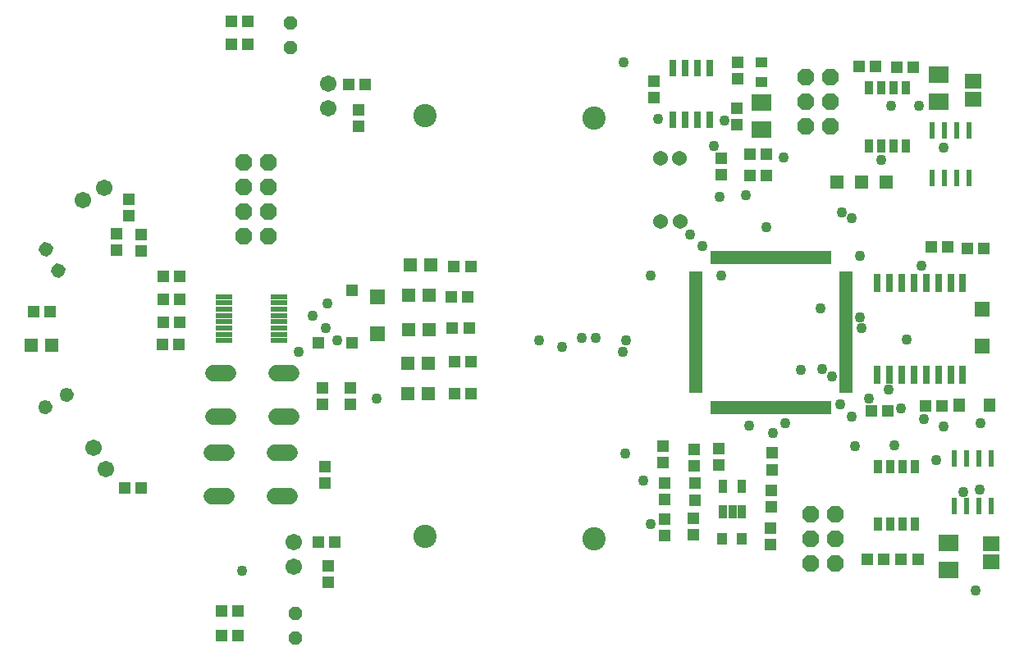
<source format=gts>
G75*
%MOIN*%
%OFA0B0*%
%FSLAX25Y25*%
%IPPOS*%
%LPD*%
%AMOC8*
5,1,8,0,0,1.08239X$1,22.5*
%
%ADD10R,0.03753X0.05524*%
%ADD11R,0.03162X0.06902*%
%ADD12C,0.06800*%
%ADD13R,0.04737X0.05131*%
%ADD14R,0.05131X0.04737*%
%ADD15R,0.07887X0.07099*%
%ADD16R,0.06706X0.05918*%
%ADD17R,0.06312X0.06312*%
%ADD18R,0.03052X0.07457*%
%ADD19R,0.02454X0.06706*%
%ADD20R,0.02375X0.06706*%
%ADD21R,0.04343X0.04737*%
%ADD22R,0.05131X0.05524*%
%ADD23R,0.04737X0.04343*%
%ADD24R,0.05524X0.05524*%
%ADD25C,0.01120*%
%ADD26C,0.06706*%
%ADD27OC8,0.05600*%
%ADD28OC8,0.06800*%
%ADD29R,0.03300X0.05800*%
%ADD30R,0.03400X0.05800*%
%ADD31R,0.04737X0.04737*%
%ADD32C,0.09461*%
%ADD33R,0.05524X0.01981*%
%ADD34R,0.01981X0.05524*%
%ADD35C,0.06050*%
%ADD36R,0.06902X0.01981*%
%ADD37C,0.04343*%
D10*
X0315335Y0096662D03*
X0319076Y0096662D03*
X0322816Y0096662D03*
X0322816Y0106898D03*
X0315335Y0106898D03*
D11*
X0310017Y0255851D03*
X0305017Y0255851D03*
X0300017Y0255851D03*
X0295017Y0255851D03*
X0295017Y0277111D03*
X0300017Y0277111D03*
X0305017Y0277111D03*
X0310017Y0277111D03*
D12*
X0139785Y0153141D02*
X0133785Y0153141D01*
X0114185Y0153141D02*
X0108185Y0153141D01*
X0108185Y0135341D02*
X0114185Y0135341D01*
X0113685Y0120641D02*
X0107685Y0120641D01*
X0107685Y0102841D02*
X0113685Y0102841D01*
X0133285Y0102841D02*
X0139285Y0102841D01*
X0139285Y0120641D02*
X0133285Y0120641D01*
X0133785Y0135341D02*
X0139785Y0135341D01*
D13*
X0163985Y0140394D03*
X0163985Y0147087D03*
X0205347Y0171375D03*
X0212040Y0171375D03*
X0211599Y0184064D03*
X0204906Y0184064D03*
X0206028Y0196253D03*
X0212721Y0196253D03*
X0212918Y0157686D03*
X0206225Y0157686D03*
X0206103Y0144497D03*
X0212796Y0144497D03*
X0290721Y0123359D03*
X0290721Y0116666D03*
X0291536Y0108489D03*
X0291536Y0101796D03*
X0291662Y0093772D03*
X0291662Y0087080D03*
X0303158Y0087209D03*
X0303158Y0093902D03*
X0303879Y0101481D03*
X0303879Y0108174D03*
X0303564Y0115351D03*
X0303564Y0122044D03*
X0313406Y0122229D03*
X0313406Y0115536D03*
X0335080Y0113800D03*
X0335080Y0120493D03*
X0334828Y0105284D03*
X0334828Y0098591D03*
X0334394Y0089875D03*
X0334394Y0083182D03*
X0373914Y0077450D03*
X0380607Y0077450D03*
X0387690Y0077450D03*
X0394383Y0077450D03*
X0314698Y0233761D03*
X0314698Y0240454D03*
X0320800Y0253863D03*
X0320800Y0260556D03*
X0321087Y0272524D03*
X0321087Y0279217D03*
X0287312Y0271745D03*
X0287312Y0265052D03*
X0370635Y0277517D03*
X0377328Y0277517D03*
X0385918Y0277465D03*
X0392611Y0277465D03*
X0094694Y0192391D03*
X0088001Y0192391D03*
X0087950Y0183143D03*
X0094643Y0183143D03*
X0094446Y0173800D03*
X0087753Y0173800D03*
X0087631Y0164603D03*
X0094324Y0164603D03*
X0078729Y0202627D03*
X0078729Y0209320D03*
X0068887Y0209753D03*
X0068887Y0203060D03*
X0041824Y0178013D03*
X0035131Y0178013D03*
X0072284Y0106284D03*
X0078977Y0106284D03*
D14*
X0111461Y0046233D03*
X0118154Y0046233D03*
X0118217Y0056198D03*
X0111524Y0056198D03*
X0154745Y0067926D03*
X0154745Y0074619D03*
X0157658Y0084355D03*
X0150965Y0084355D03*
X0153485Y0108394D03*
X0153485Y0115087D03*
X0152485Y0140394D03*
X0152485Y0147087D03*
X0074017Y0217095D03*
X0074017Y0223788D03*
X0115434Y0286513D03*
X0122127Y0286513D03*
X0122099Y0295855D03*
X0115406Y0295855D03*
X0163265Y0270304D03*
X0169957Y0270304D03*
X0167150Y0259930D03*
X0167150Y0253237D03*
X0326198Y0241891D03*
X0332891Y0241891D03*
X0332741Y0233276D03*
X0326048Y0233276D03*
X0399993Y0204190D03*
X0406686Y0204190D03*
X0414513Y0203690D03*
X0421206Y0203690D03*
X0404154Y0139702D03*
X0397461Y0139702D03*
X0382064Y0137698D03*
X0375371Y0137698D03*
D15*
X0406910Y0084091D03*
X0406910Y0073068D03*
X0330989Y0252103D03*
X0330989Y0263127D03*
X0402942Y0263178D03*
X0402942Y0274202D03*
D16*
X0416721Y0271800D03*
X0416721Y0264320D03*
X0424190Y0083658D03*
X0424190Y0076178D03*
D17*
X0420371Y0163887D03*
X0420371Y0178847D03*
X0174772Y0184028D03*
X0174772Y0169068D03*
D18*
X0377780Y0152477D03*
X0382780Y0152477D03*
X0387780Y0152477D03*
X0392780Y0152477D03*
X0397780Y0152477D03*
X0402780Y0152477D03*
X0407780Y0152477D03*
X0412505Y0152477D03*
X0412505Y0189643D03*
X0407780Y0189643D03*
X0402780Y0189643D03*
X0397780Y0189643D03*
X0392780Y0189643D03*
X0387780Y0189643D03*
X0382780Y0189643D03*
X0377780Y0189643D03*
D19*
X0410087Y0232272D03*
X0415087Y0232272D03*
X0419339Y0099103D03*
X0424339Y0099103D03*
D20*
X0414339Y0099103D03*
X0409339Y0099103D03*
X0409339Y0118394D03*
X0414339Y0118394D03*
X0419339Y0118394D03*
X0424339Y0118394D03*
X0405087Y0232272D03*
X0400087Y0232272D03*
X0400087Y0251564D03*
X0405087Y0251564D03*
X0410087Y0251564D03*
X0415087Y0251564D03*
D21*
X0323028Y0085780D03*
X0314761Y0085780D03*
D22*
X0411202Y0139938D03*
X0423406Y0139938D03*
D23*
X0330950Y0271213D03*
X0330950Y0279481D03*
D24*
X0361556Y0230509D03*
X0371556Y0230509D03*
X0381556Y0230509D03*
X0196434Y0196946D03*
X0188166Y0196946D03*
X0187666Y0184509D03*
X0195934Y0184509D03*
X0195934Y0170572D03*
X0187666Y0170572D03*
X0187166Y0157135D03*
X0195434Y0157135D03*
X0195434Y0144698D03*
X0187166Y0144698D03*
X0042469Y0164241D03*
X0034202Y0164241D03*
D25*
X0050311Y0144129D02*
X0050871Y0144689D01*
X0050390Y0142896D01*
X0048785Y0141969D01*
X0046992Y0142450D01*
X0046065Y0144055D01*
X0046546Y0145848D01*
X0048151Y0146775D01*
X0049944Y0146294D01*
X0050871Y0144689D01*
X0049969Y0144570D01*
X0049669Y0143450D01*
X0048666Y0142871D01*
X0047546Y0143171D01*
X0046967Y0144174D01*
X0047267Y0145294D01*
X0048270Y0145873D01*
X0049390Y0145573D01*
X0049969Y0144570D01*
X0049068Y0144451D01*
X0048948Y0144003D01*
X0048547Y0143772D01*
X0048099Y0143892D01*
X0047868Y0144293D01*
X0047988Y0144741D01*
X0048389Y0144972D01*
X0048837Y0144852D01*
X0049068Y0144451D01*
X0041651Y0139129D02*
X0042211Y0139689D01*
X0041730Y0137896D01*
X0040125Y0136969D01*
X0038332Y0137450D01*
X0037405Y0139055D01*
X0037886Y0140848D01*
X0039491Y0141775D01*
X0041284Y0141294D01*
X0042211Y0139689D01*
X0041309Y0139570D01*
X0041009Y0138450D01*
X0040006Y0137871D01*
X0038886Y0138171D01*
X0038307Y0139174D01*
X0038607Y0140294D01*
X0039610Y0140873D01*
X0040730Y0140573D01*
X0041309Y0139570D01*
X0040408Y0139451D01*
X0040288Y0139003D01*
X0039887Y0138772D01*
X0039439Y0138892D01*
X0039208Y0139293D01*
X0039328Y0139741D01*
X0039729Y0139972D01*
X0040177Y0139852D01*
X0040408Y0139451D01*
X0044728Y0193028D02*
X0045288Y0192468D01*
X0043495Y0192949D01*
X0042568Y0194554D01*
X0043049Y0196347D01*
X0044654Y0197274D01*
X0046447Y0196793D01*
X0047374Y0195188D01*
X0046893Y0193395D01*
X0045288Y0192468D01*
X0045169Y0193370D01*
X0044049Y0193670D01*
X0043470Y0194673D01*
X0043770Y0195793D01*
X0044773Y0196372D01*
X0045893Y0196072D01*
X0046472Y0195069D01*
X0046172Y0193949D01*
X0045169Y0193370D01*
X0045050Y0194271D01*
X0044602Y0194391D01*
X0044371Y0194792D01*
X0044491Y0195240D01*
X0044892Y0195471D01*
X0045340Y0195351D01*
X0045571Y0194950D01*
X0045451Y0194502D01*
X0045050Y0194271D01*
X0039728Y0201688D02*
X0040288Y0201128D01*
X0038495Y0201609D01*
X0037568Y0203214D01*
X0038049Y0205007D01*
X0039654Y0205934D01*
X0041447Y0205453D01*
X0042374Y0203848D01*
X0041893Y0202055D01*
X0040288Y0201128D01*
X0040169Y0202030D01*
X0039049Y0202330D01*
X0038470Y0203333D01*
X0038770Y0204453D01*
X0039773Y0205032D01*
X0040893Y0204732D01*
X0041472Y0203729D01*
X0041172Y0202609D01*
X0040169Y0202030D01*
X0040050Y0202931D01*
X0039602Y0203051D01*
X0039371Y0203452D01*
X0039491Y0203900D01*
X0039892Y0204131D01*
X0040340Y0204011D01*
X0040571Y0203610D01*
X0040451Y0203162D01*
X0040050Y0202931D01*
D26*
X0055046Y0223310D03*
X0063706Y0228310D03*
X0154950Y0260595D03*
X0154950Y0270595D03*
X0059588Y0122561D03*
X0064588Y0113901D03*
X0140737Y0084438D03*
X0140737Y0074438D03*
D27*
X0141603Y0055422D03*
X0141603Y0045422D03*
X0139635Y0285304D03*
X0139635Y0295304D03*
D28*
X0130603Y0238765D03*
X0120603Y0238765D03*
X0120603Y0228765D03*
X0130603Y0228765D03*
X0130603Y0218765D03*
X0120603Y0218765D03*
X0120603Y0208765D03*
X0130603Y0208765D03*
X0348769Y0253178D03*
X0358769Y0253178D03*
X0358769Y0263178D03*
X0348769Y0263178D03*
X0348769Y0273178D03*
X0358769Y0273178D03*
X0360737Y0095580D03*
X0350737Y0095580D03*
X0350737Y0085580D03*
X0360737Y0085580D03*
X0360737Y0075580D03*
X0350737Y0075580D03*
D29*
X0378316Y0091528D03*
X0383316Y0091528D03*
X0388316Y0091528D03*
X0393316Y0091528D03*
X0393316Y0115150D03*
X0388316Y0115150D03*
X0383316Y0115150D03*
X0384536Y0245469D03*
X0379536Y0245469D03*
X0374536Y0245469D03*
X0374536Y0269091D03*
X0379536Y0269091D03*
X0384536Y0269091D03*
X0389536Y0269091D03*
D30*
X0389536Y0245469D03*
X0378316Y0115150D03*
D31*
X0164418Y0165276D03*
X0151032Y0165276D03*
X0164418Y0186536D03*
D32*
X0194123Y0257587D03*
X0263020Y0256603D03*
X0263020Y0085540D03*
X0194123Y0086524D03*
D33*
X0304182Y0146009D03*
X0304182Y0147977D03*
X0304182Y0149946D03*
X0304182Y0151914D03*
X0304182Y0153883D03*
X0304182Y0155851D03*
X0304182Y0157820D03*
X0304182Y0159788D03*
X0304182Y0161757D03*
X0304182Y0163725D03*
X0304182Y0165694D03*
X0304182Y0167662D03*
X0304182Y0169631D03*
X0304182Y0171599D03*
X0304182Y0173568D03*
X0304182Y0175536D03*
X0304182Y0177505D03*
X0304182Y0179473D03*
X0304182Y0181442D03*
X0304182Y0183410D03*
X0304182Y0185379D03*
X0304182Y0187347D03*
X0304182Y0189316D03*
X0304182Y0191284D03*
X0304182Y0193253D03*
X0365206Y0193253D03*
X0365206Y0191284D03*
X0365206Y0189316D03*
X0365206Y0187347D03*
X0365206Y0185379D03*
X0365206Y0183410D03*
X0365206Y0181442D03*
X0365206Y0179473D03*
X0365206Y0177505D03*
X0365206Y0175536D03*
X0365206Y0173568D03*
X0365206Y0171599D03*
X0365206Y0169631D03*
X0365206Y0167662D03*
X0365206Y0165694D03*
X0365206Y0163725D03*
X0365206Y0161757D03*
X0365206Y0159788D03*
X0365206Y0157820D03*
X0365206Y0155851D03*
X0365206Y0153883D03*
X0365206Y0151914D03*
X0365206Y0149946D03*
X0365206Y0147977D03*
X0365206Y0146009D03*
D34*
X0358316Y0139119D03*
X0356347Y0139119D03*
X0354379Y0139119D03*
X0352410Y0139119D03*
X0350442Y0139119D03*
X0348473Y0139119D03*
X0346505Y0139119D03*
X0344536Y0139119D03*
X0342568Y0139119D03*
X0340599Y0139119D03*
X0338631Y0139119D03*
X0336662Y0139119D03*
X0334694Y0139119D03*
X0332725Y0139119D03*
X0330757Y0139119D03*
X0328788Y0139119D03*
X0326820Y0139119D03*
X0324851Y0139119D03*
X0322883Y0139119D03*
X0320914Y0139119D03*
X0318946Y0139119D03*
X0316977Y0139119D03*
X0315009Y0139119D03*
X0313040Y0139119D03*
X0311072Y0139119D03*
X0311072Y0200143D03*
X0313040Y0200143D03*
X0315009Y0200143D03*
X0316977Y0200143D03*
X0318946Y0200143D03*
X0320914Y0200143D03*
X0322883Y0200143D03*
X0324851Y0200143D03*
X0326820Y0200143D03*
X0328788Y0200143D03*
X0330757Y0200143D03*
X0332725Y0200143D03*
X0334694Y0200143D03*
X0336662Y0200143D03*
X0338631Y0200143D03*
X0340599Y0200143D03*
X0342568Y0200143D03*
X0344536Y0200143D03*
X0346505Y0200143D03*
X0348473Y0200143D03*
X0350442Y0200143D03*
X0352410Y0200143D03*
X0354379Y0200143D03*
X0356347Y0200143D03*
X0358316Y0200143D03*
D35*
X0297709Y0214749D03*
X0289835Y0214749D03*
X0289820Y0240174D03*
X0297694Y0240174D03*
D36*
X0134721Y0184143D03*
X0134721Y0181583D03*
X0134721Y0179024D03*
X0134721Y0176465D03*
X0134721Y0173906D03*
X0134721Y0171347D03*
X0134721Y0168788D03*
X0134721Y0166229D03*
X0112674Y0166229D03*
X0112674Y0168788D03*
X0112674Y0171347D03*
X0112674Y0173906D03*
X0112674Y0176465D03*
X0112674Y0179024D03*
X0112674Y0181583D03*
X0112674Y0184143D03*
D37*
X0142985Y0161741D03*
X0153985Y0171241D03*
X0148485Y0176241D03*
X0154485Y0181241D03*
X0158485Y0166241D03*
X0174485Y0142741D03*
X0240485Y0166241D03*
X0249985Y0163741D03*
X0257985Y0167241D03*
X0263485Y0167241D03*
X0274485Y0161741D03*
X0275985Y0166241D03*
X0285985Y0192741D03*
X0301985Y0209241D03*
X0306985Y0204741D03*
X0314485Y0192741D03*
X0332985Y0212241D03*
X0324485Y0225241D03*
X0313985Y0224741D03*
X0311485Y0245241D03*
X0315985Y0255741D03*
X0339985Y0240741D03*
X0363485Y0218241D03*
X0367685Y0215941D03*
X0370985Y0200741D03*
X0395985Y0196741D03*
X0370985Y0175741D03*
X0371485Y0171241D03*
X0354985Y0179241D03*
X0355485Y0154741D03*
X0359485Y0151741D03*
X0346985Y0154241D03*
X0362985Y0140241D03*
X0367485Y0135241D03*
X0374485Y0142741D03*
X0382485Y0146241D03*
X0387485Y0138741D03*
X0396985Y0134241D03*
X0404985Y0131241D03*
X0401985Y0117741D03*
X0419485Y0105741D03*
X0412985Y0104741D03*
X0384985Y0123741D03*
X0368985Y0123241D03*
X0340485Y0132741D03*
X0335485Y0128741D03*
X0325985Y0131741D03*
X0282985Y0109241D03*
X0275485Y0120241D03*
X0285985Y0091741D03*
X0389985Y0166741D03*
X0419985Y0132741D03*
X0417985Y0064741D03*
X0379485Y0239741D03*
X0404985Y0244741D03*
X0394985Y0261741D03*
X0383485Y0261741D03*
X0288985Y0256241D03*
X0274985Y0279241D03*
X0119985Y0072741D03*
M02*

</source>
